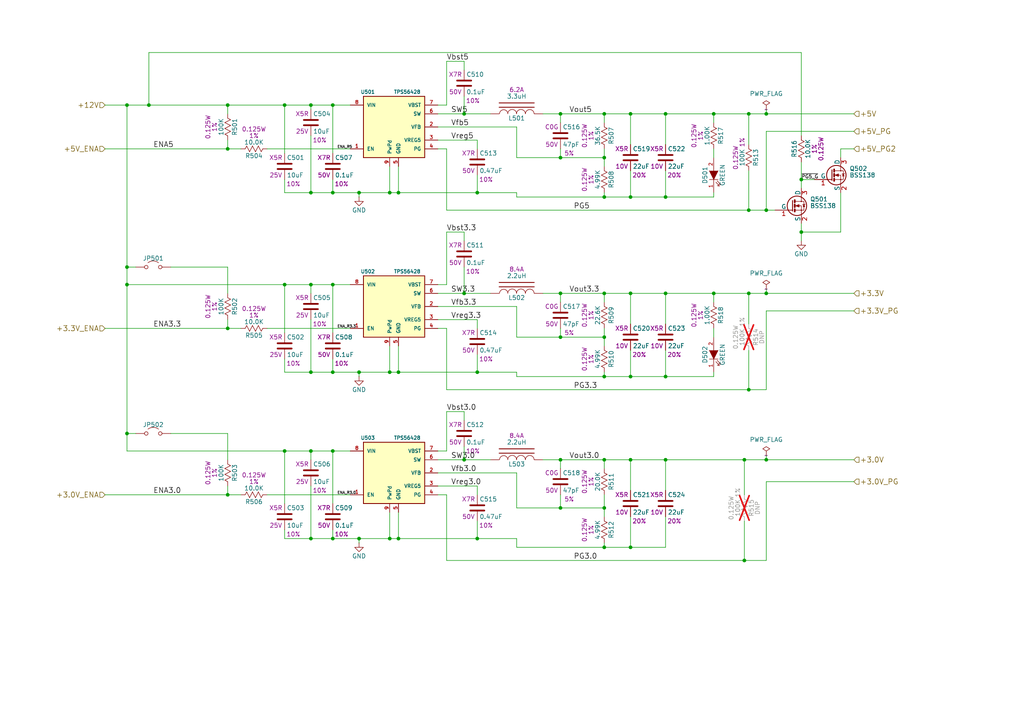
<source format=kicad_sch>
(kicad_sch (version 20231120) (generator "eeschema") (generator_version "8.0")
  (paper "A4")
  (title_block (title "12v Synchronous Buck Converter") (date "2019-12-09") (rev "1.1.2"))
  (lib_symbols
    (symbol "Device:C" (pin_numbers hide) (pin_names (offset 0.254))
      (property "Reference" "C" (at 0.635 2.54 0))
      (property "Value" "C" (at 0.635 -2.54 0))
      (symbol "C_0_1"
        (polyline (pts (xy -2.032 -0.762) (xy 2.032 -0.762)) (stroke (width 0.508)))
        (polyline (pts (xy -2.032 0.762) (xy 2.032 0.762)) (stroke (width 0.508)))
      )
      (symbol "C_1_1"
        (pin passive line (at 0 3.81 270) (length 2.794) (name "~") (number "1"))
        (pin passive line (at 0 -3.81 90) (length 2.794) (name "~") (number "2"))
      )
    )
    (symbol "Jumper:Jumper_2_Open" (pin_numbers hide) (pin_names (offset 0) hide) (exclude_from_sim yes)
      (property "Reference" "JP" (at 0 2.794 0))
      (property "Value" "Jumper_2_Open" (at 0 -2.286 0))
      (symbol "Jumper_2_Open_0_0"
        (circle (center -2.032 0) (radius 0.508))
        (circle (center 2.032 0) (radius 0.508))
      )
      (symbol "Jumper_2_Open_0_1"
        (arc (start 1.524 1.27) (mid 0 1.778) (end -1.524 1.27))
      )
      (symbol "Jumper_2_Open_1_1"
        (pin passive line (at -5.08 0 0) (length 2.54) (name "A") (number "1"))
        (pin passive line (at 5.08 0 180) (length 2.54) (name "B") (number "2"))
      )
    )
    (symbol "Local:BSS138" (pin_names (offset 0))
      (property "Reference" "Q" (at 5.08 1.905 0))
      (property "Value" "BSS138" (at 5.08 0 0))
      (symbol "BSS138_0_1"
        (polyline (pts (xy 0.635 -1.016) (xy 0.635 -1.651)) (stroke (width 0.508)))
        (polyline (pts (xy 0.635 0.381) (xy 0.635 -0.381)) (stroke (width 0.508)))
        (polyline (pts (xy 0.635 1.651) (xy 0.635 1.016)) (stroke (width 0.508)))
        (polyline (pts (xy 3.048 0.381) (xy 2.921 0.254)))
        (polyline (pts (xy 3.048 0.381) (xy 3.556 0.381)))
        (polyline (pts (xy 3.556 0.381) (xy 3.683 0.508)))
        (polyline (pts (xy 0 1.524) (xy 0 -1.524) (xy 0 -1.524)) (stroke (width 0.254)))
        (polyline (pts (xy 0.762 -1.27) (xy 2.54 -1.27) (xy 2.54 -2.54) (xy 2.54 -2.54)))
        (polyline (pts (xy 0.762 1.27) (xy 2.54 1.27) (xy 2.54 2.54) (xy 2.54 2.54)))
        (polyline (pts (xy 2.54 1.27) (xy 3.302 1.27) (xy 3.302 -1.27) (xy 2.54 -1.27)))
        (polyline (pts (xy 3.302 0.381) (xy 3.048 -0.254) (xy 3.556 -0.254) (xy 3.302 0.381)) (fill (type outline)))
        (polyline (pts (xy 0.762 0) (xy 1.27 0) (xy 2.54 0) (xy 2.54 -1.27) (xy 2.54 -1.27)))
        (polyline (pts (xy 0.889 0) (xy 1.905 0.381) (xy 1.905 -0.381) (xy 0.889 0) (xy 1.016 0) (xy 1.016 0)) (fill (type outline)))
        (circle (center 1.27 0) (radius 2.8194) (stroke (width 0.254)))
        (circle (center 2.54 -1.27) (radius 0.127))
        (circle (center 2.54 1.27) (radius 0.127))
      )
      (symbol "BSS138_1_1"
        (pin passive line (at -5.08 -1.27 0) (length 5.08) (name "G") (number "1"))
        (pin passive line (at 2.54 -5.08 90) (length 2.54) (name "S") (number "2"))
        (pin passive line (at 2.54 5.08 270) (length 2.54) (name "D") (number "3"))
      )
    )
    (symbol "Local:L" (pin_numbers hide) (pin_names (offset 1.016) hide)
      (property "Reference" "L" (at -1.27 0 90))
      (property "Value" "L" (at 5.08 0 90))
      (property "Description" "Inductor" (at 6.985 0 90))
      (symbol "L_0_1"
        (polyline (pts (xy 1.905 5.08) (xy 1.905 -5.08)) (stroke (width 0.254)))
        (polyline (pts (xy 3.175 5.08) (xy 3.175 -5.08)) (stroke (width 0.254)))
        (arc (start 0.0254 -5.0546) (mid 1.2449 -3.8097) (end 0.0254 -2.54))
        (arc (start 0.0254 -2.5146) (mid 1.2703 -1.2444) (end 0.0254 0.0508))
        (arc (start 0.0254 0.0254) (mid 1.2703 1.2956) (end 0.0254 2.5908))
        (arc (start 0.0254 2.5654) (mid 1.1941 3.7595) (end 0.0254 4.9784))
      )
      (symbol "L_1_1"
        (pin passive line (at 0 7.62 270) (length 2.54) (name "1") (number "1"))
        (pin passive line (at 0 -7.62 90) (length 2.54) (name "2") (number "2"))
      )
    )
    (symbol "Local:LED" (pin_names (offset 1.016) hide)
      (property "Reference" "D" (at 0 2.54 0))
      (property "Value" "LED" (at 0 -2.54 0))
      (symbol "LED_0_1"
        (polyline (pts (xy -1.27 1.27) (xy -1.27 -1.27)))
        (polyline (pts (xy -2.032 -0.635) (xy -3.175 -1.651) (xy -3.048 -1.016)))
        (polyline (pts (xy -1.651 -1.016) (xy -2.794 -2.032) (xy -2.667 -1.397)))
        (polyline (pts (xy 1.27 1.27) (xy -1.27 0) (xy 1.27 -1.27)) (fill (type outline)))
      )
      (symbol "LED_1_1"
        (pin passive line (at -5.08 0 0) (length 3.81) (name "K") (number "1"))
        (pin passive line (at 5.08 0 180) (length 3.81) (name "A") (number "2"))
      )
    )
    (symbol "Local:R_local" (pin_numbers hide) (pin_names (offset 0))
      (property "Reference" "R" (at 2.032 0 90))
      (property "Value" "R_local" (at -1.905 0 90))
      (property "Description" "Resistor" (at -3.81 0 90))
      (property "Power" "0.125W" (at -5.715 0 90))
      (symbol "R_local_0_1"
        (polyline (pts (xy -0.8382 -2.1082) (xy 0.8382 -1.27)) (stroke (width 0.1524)))
        (polyline (pts (xy -0.8382 -0.4318) (xy 0.8382 0.4318)) (stroke (width 0.1524)))
        (polyline (pts (xy -0.8382 1.27) (xy 0.8382 2.1082)) (stroke (width 0.1524)))
        (polyline (pts (xy 0 -2.54) (xy -0.8382 -2.1082)) (stroke (width 0.1524)))
        (polyline (pts (xy 0.8382 -1.27) (xy -0.8382 -0.4318)) (stroke (width 0.1524)))
        (polyline (pts (xy 0.8382 0.4318) (xy -0.8382 1.27)) (stroke (width 0.1524)))
        (polyline (pts (xy 0.8382 2.1082) (xy 0 2.54)) (stroke (width 0.1524)))
      )
      (symbol "R_local_0_2"
        (rectangle (start -1.016 -2.54) (end 1.016 2.54) (stroke (width 0.254)))
      )
      (symbol "R_local_1_1"
        (pin passive line (at 0 3.81 270) (length 1.27) (name "~") (number "1"))
        (pin passive line (at 0 -3.81 90) (length 1.27) (name "~") (number "2"))
      )
      (symbol "R_local_1_2"
        (pin passive line (at 0 3.81 270) (length 1.27) (name "~") (number "1"))
        (pin passive line (at 0 -3.81 90) (length 1.27) (name "~") (number "2"))
      )
    )
    (symbol "Local:TPS56428" (pin_names (offset 1.016))
      (property "Reference" "U" (at -7.62 10.16 0))
      (property "Value" "TPS56428" (at 3.81 10.16 0))
      (symbol "TPS56428_1_1"
        (rectangle (start -8.89 8.89) (end 8.89 -8.89) (stroke (width 0.254)) (fill (type background)))
        (pin input line (at -12.7 -6.35 0) (length 3.81) (name "EN") (number "1"))
        (pin passive line (at 12.7 0 180) (length 3.81) (name "VFB") (number "2"))
        (pin power_out line (at 12.7 -3.81 180) (length 3.81) (name "VREG5") (number "3"))
        (pin open_collector line (at 12.7 -6.35 180) (length 3.81) (name "PG") (number "4"))
        (pin power_in line (at 1.27 -11.43 90) (length 2.54) (name "GND") (number "5"))
        (pin power_out line (at 12.7 3.81 180) (length 3.81) (name "SW") (number "6"))
        (pin power_out line (at 12.7 6.35 180) (length 3.81) (name "VBST") (number "7"))
        (pin power_in line (at -12.7 6.35 0) (length 3.81) (name "VIN") (number "8"))
        (pin power_in line (at -1.27 -11.43 90) (length 2.54) (name "PwPd") (number "9"))
      )
    )
    (symbol "power:GND" (power) (pin_numbers hide) (pin_names (offset 0) hide)
      (property "Value" "GND" (at 0 -3.81 0))
      (symbol "GND_0_1"
        (polyline (pts (xy 0 0) (xy 0 -1.27) (xy 1.27 -1.27) (xy 0 -2.54) (xy -1.27 -1.27) (xy 0 -1.27)))
      )
      (symbol "GND_1_1"
        (pin power_in line (at 0 0 270) (length 0) (name "~") (number "1"))
      )
    )
    (symbol "power:PWR_FLAG" (power) (pin_numbers hide) (pin_names (offset 0) hide)
      (property "Value" "PWR_FLAG" (at 0 3.81 0))
      (symbol "PWR_FLAG_0_0"
        (pin power_out line (at 0 0 90) (length 0) (name "~") (number "1"))
      )
      (symbol "PWR_FLAG_0_1"
        (polyline (pts (xy 0 0) (xy 0 1.27) (xy -1.016 1.905) (xy 0 2.54) (xy 1.016 1.905) (xy 0 1.27)))
      )
    )
  )
  (junction (at 162.56 33.02))
  (junction (at 36.83 77.47))
  (junction (at 222.25 33.02))
  (junction (at 182.88 109.22))
  (junction (at 66.04 30.48))
  (junction (at 182.88 85.09))
  (junction (at 115.57 107.95))
  (junction (at 115.57 55.88))
  (junction (at 90.17 107.95))
  (junction (at 104.14 55.88))
  (junction (at 138.43 55.88))
  (junction (at 207.01 85.09))
  (junction (at 182.88 133.35))
  (junction (at 66.04 95.25))
  (junction (at 113.03 55.88))
  (junction (at 193.04 85.09))
  (junction (at 90.17 130.81))
  (junction (at 217.17 60.96))
  (junction (at 222.25 133.35))
  (junction (at 162.56 97.79))
  (junction (at 193.04 109.22))
  (junction (at 138.43 156.21))
  (junction (at 66.04 43.18))
  (junction (at 96.52 130.81))
  (junction (at 113.03 107.95))
  (junction (at 138.43 107.95))
  (junction (at 175.26 147.32))
  (junction (at 115.57 156.21))
  (junction (at 96.52 107.95))
  (junction (at 175.26 109.22))
  (junction (at 162.56 45.72))
  (junction (at 193.04 133.35))
  (junction (at 96.52 82.55))
  (junction (at 36.83 125.73))
  (junction (at 175.26 97.79))
  (junction (at 36.83 30.48))
  (junction (at 104.14 107.95))
  (junction (at 90.17 55.88))
  (junction (at 193.04 33.02))
  (junction (at 175.26 33.02))
  (junction (at 217.17 113.03))
  (junction (at 175.26 133.35))
  (junction (at 217.17 33.02))
  (junction (at 232.41 52.07))
  (junction (at 90.17 156.21))
  (junction (at 134.62 85.09))
  (junction (at 175.26 85.09))
  (junction (at 162.56 133.35))
  (junction (at 175.26 57.15))
  (junction (at 82.55 130.81))
  (junction (at 96.52 30.48))
  (junction (at 96.52 156.21))
  (junction (at 182.88 158.75))
  (junction (at 182.88 33.02))
  (junction (at 66.04 143.51))
  (junction (at 207.01 33.02))
  (junction (at 182.88 57.15))
  (junction (at 134.62 133.35))
  (junction (at 162.56 147.32))
  (junction (at 90.17 30.48))
  (junction (at 162.56 85.09))
  (junction (at 134.62 33.02))
  (junction (at 215.9 133.35))
  (junction (at 222.25 60.96))
  (junction (at 113.03 156.21))
  (junction (at 43.18 30.48))
  (junction (at 193.04 57.15))
  (junction (at 104.14 156.21))
  (junction (at 222.25 85.09))
  (junction (at 90.17 82.55))
  (junction (at 175.26 45.72))
  (junction (at 215.9 162.56))
  (junction (at 36.83 82.55))
  (junction (at 82.55 82.55))
  (junction (at 232.41 67.31))
  (junction (at 175.26 158.75))
  (junction (at 217.17 85.09))
  (junction (at 96.52 55.88))
  (junction (at 82.55 30.48))
  (wire (pts (xy 193.04 158.75) (xy 193.04 149.86)))
  (wire (pts (xy 90.17 140.97) (xy 90.17 156.21)))
  (wire (pts (xy 82.55 52.07) (xy 82.55 55.88)))
  (wire (pts (xy 90.17 39.37) (xy 90.17 55.88)))
  (wire (pts (xy 134.62 27.94) (xy 134.62 33.02)))
  (wire (pts (xy 129.54 67.31) (xy 134.62 67.31)))
  (wire (pts (xy 96.52 82.55) (xy 96.52 96.52)))
  (wire (pts (xy 138.43 140.97) (xy 138.43 143.51)))
  (wire (pts (xy 149.86 88.9) (xy 127 88.9)))
  (wire (pts (xy 162.56 143.51) (xy 162.56 147.32)))
  (wire (pts (xy 175.26 147.32) (xy 175.26 149.86)))
  (wire (pts (xy 127 130.81) (xy 129.54 130.81)))
  (wire (pts (xy 90.17 130.81) (xy 90.17 133.35)))
  (wire (pts (xy 175.26 109.22) (xy 175.26 107.95)))
  (wire (pts (xy 104.14 156.21) (xy 104.14 157.48)))
  (wire (pts (xy 217.17 49.53) (xy 217.17 60.96)))
  (wire (pts (xy 39.37 77.47) (xy 36.83 77.47)))
  (wire (pts (xy 115.57 107.95) (xy 113.03 107.95)))
  (wire (pts (xy 96.52 82.55) (xy 101.6 82.55)))
  (wire (pts (xy 162.56 85.09) (xy 175.26 85.09)))
  (wire (pts (xy 82.55 96.52) (xy 82.55 82.55)))
  (wire (pts (xy 66.04 77.47) (xy 49.53 77.47)))
  (wire (pts (xy 222.25 60.96) (xy 224.79 60.96)))
  (wire (pts (xy 138.43 151.13) (xy 138.43 156.21)))
  (wire (pts (xy 207.01 95.25) (xy 207.01 97.79)))
  (wire (pts (xy 82.55 153.67) (xy 82.55 156.21)))
  (wire (pts (xy 82.55 107.95) (xy 82.55 104.14)))
  (wire (pts (xy 149.86 158.75) (xy 175.26 158.75)))
  (wire (pts (xy 193.04 33.02) (xy 193.04 41.91)))
  (wire (pts (xy 149.86 97.79) (xy 149.86 88.9)))
  (wire (pts (xy 217.17 93.98) (xy 217.17 85.09)))
  (wire (pts (xy 182.88 133.35) (xy 193.04 133.35)))
  (wire (pts (xy 90.17 30.48) (xy 90.17 31.75)))
  (wire (pts (xy 127 40.64) (xy 138.43 40.64)))
  (wire (pts (xy 129.54 95.25) (xy 129.54 113.03)))
  (wire (pts (xy 134.62 17.78) (xy 134.62 20.32)))
  (wire (pts (xy 247.65 38.1) (xy 222.25 38.1)))
  (wire (pts (xy 215.9 133.35) (xy 215.9 143.51)))
  (wire (pts (xy 134.62 85.09) (xy 142.24 85.09)))
  (wire (pts (xy 222.25 139.7) (xy 222.25 162.56)))
  (wire (pts (xy 134.62 119.38) (xy 134.62 121.92)))
  (wire (pts (xy 90.17 156.21) (xy 96.52 156.21)))
  (wire (pts (xy 149.86 147.32) (xy 149.86 137.16)))
  (wire (pts (xy 127 33.02) (xy 134.62 33.02)))
  (wire (pts (xy 90.17 55.88) (xy 96.52 55.88)))
  (wire (pts (xy 36.83 130.81) (xy 82.55 130.81)))
  (wire (pts (xy 149.86 107.95) (xy 138.43 107.95)))
  (wire (pts (xy 236.22 52.07) (xy 232.41 52.07)))
  (wire (pts (xy 82.55 156.21) (xy 90.17 156.21)))
  (wire (pts (xy 217.17 33.02) (xy 222.25 33.02)))
  (wire (pts (xy 207.01 43.18) (xy 207.01 45.72)))
  (wire (pts (xy 193.04 133.35) (xy 215.9 133.35)))
  (wire (pts (xy 182.88 57.15) (xy 193.04 57.15)))
  (wire (pts (xy 113.03 156.21) (xy 113.03 148.59)))
  (wire (pts (xy 30.48 43.18) (xy 66.04 43.18)))
  (wire (pts (xy 113.03 107.95) (xy 104.14 107.95)))
  (wire (pts (xy 36.83 82.55) (xy 36.83 125.73)))
  (wire (pts (xy 149.86 109.22) (xy 175.26 109.22)))
  (wire (pts (xy 66.04 40.64) (xy 66.04 43.18)))
  (wire (pts (xy 96.52 107.95) (xy 90.17 107.95)))
  (wire (pts (xy 113.03 55.88) (xy 113.03 48.26)))
  (wire (pts (xy 217.17 41.91) (xy 217.17 33.02)))
  (wire (pts (xy 82.55 130.81) (xy 82.55 146.05)))
  (wire (pts (xy 115.57 156.21) (xy 138.43 156.21)))
  (wire (pts (xy 43.18 15.24) (xy 43.18 30.48)))
  (wire (pts (xy 104.14 107.95) (xy 104.14 109.22)))
  (wire (pts (xy 66.04 85.09) (xy 66.04 77.47)))
  (wire (pts (xy 207.01 35.56) (xy 207.01 33.02)))
  (wire (pts (xy 175.26 85.09) (xy 182.88 85.09)))
  (wire (pts (xy 182.88 149.86) (xy 182.88 158.75)))
  (wire (pts (xy 162.56 43.18) (xy 162.56 45.72)))
  (wire (pts (xy 138.43 92.71) (xy 138.43 95.25)))
  (wire (pts (xy 182.88 109.22) (xy 182.88 101.6)))
  (wire (pts (xy 232.41 15.24) (xy 43.18 15.24)))
  (wire (pts (xy 149.86 97.79) (xy 162.56 97.79)))
  (wire (pts (xy 182.88 33.02) (xy 193.04 33.02)))
  (wire (pts (xy 129.54 17.78) (xy 134.62 17.78)))
  (wire (pts (xy 82.55 107.95) (xy 90.17 107.95)))
  (wire (pts (xy 175.26 95.25) (xy 175.26 97.79)))
  (wire (pts (xy 90.17 92.71) (xy 90.17 107.95)))
  (wire (pts (xy 113.03 107.95) (xy 113.03 100.33)))
  (wire (pts (xy 193.04 109.22) (xy 193.04 101.6)))
  (wire (pts (xy 127 30.48) (xy 129.54 30.48)))
  (wire (pts (xy 66.04 95.25) (xy 69.85 95.25)))
  (wire (pts (xy 217.17 85.09) (xy 222.25 85.09)))
  (wire (pts (xy 66.04 125.73) (xy 49.53 125.73)))
  (wire (pts (xy 115.57 100.33) (xy 115.57 107.95)))
  (wire (pts (xy 96.52 130.81) (xy 101.6 130.81)))
  (wire (pts (xy 157.48 85.09) (xy 162.56 85.09)))
  (wire (pts (xy 39.37 125.73) (xy 36.83 125.73)))
  (wire (pts (xy 138.43 102.87) (xy 138.43 107.95)))
  (wire (pts (xy 127 133.35) (xy 134.62 133.35)))
  (wire (pts (xy 243.84 67.31) (xy 232.41 67.31)))
  (wire (pts (xy 66.04 30.48) (xy 82.55 30.48)))
  (wire (pts (xy 207.01 57.15) (xy 207.01 55.88)))
  (wire (pts (xy 30.48 95.25) (xy 66.04 95.25)))
  (wire (pts (xy 149.86 55.88) (xy 149.86 57.15)))
  (wire (pts (xy 207.01 85.09) (xy 217.17 85.09)))
  (wire (pts (xy 129.54 119.38) (xy 134.62 119.38)))
  (wire (pts (xy 90.17 82.55) (xy 90.17 85.09)))
  (wire (pts (xy 134.62 129.54) (xy 134.62 133.35)))
  (wire (pts (xy 215.9 133.35) (xy 222.25 133.35)))
  (wire (pts (xy 138.43 55.88) (xy 138.43 50.8)))
  (wire (pts (xy 138.43 40.64) (xy 138.43 43.18)))
  (wire (pts (xy 82.55 82.55) (xy 90.17 82.55)))
  (wire (pts (xy 96.52 156.21) (xy 104.14 156.21)))
  (wire (pts (xy 247.65 139.7) (xy 222.25 139.7)))
  (wire (pts (xy 115.57 55.88) (xy 115.57 48.26)))
  (wire (pts (xy 149.86 107.95) (xy 149.86 109.22)))
  (wire (pts (xy 90.17 130.81) (xy 96.52 130.81)))
  (wire (pts (xy 127 140.97) (xy 138.43 140.97)))
  (wire (pts (xy 222.25 33.02) (xy 247.65 33.02)))
  (wire (pts (xy 134.62 67.31) (xy 134.62 69.85)))
  (wire (pts (xy 157.48 33.02) (xy 162.56 33.02)))
  (wire (pts (xy 149.86 45.72) (xy 149.86 36.83)))
  (wire (pts (xy 138.43 156.21) (xy 149.86 156.21)))
  (wire (pts (xy 96.52 30.48) (xy 101.6 30.48)))
  (wire (pts (xy 127 85.09) (xy 134.62 85.09)))
  (wire (pts (xy 129.54 43.18) (xy 129.54 60.96)))
  (wire (pts (xy 182.88 158.75) (xy 193.04 158.75)))
  (wire (pts (xy 149.86 137.16) (xy 127 137.16)))
  (wire (pts (xy 127 82.55) (xy 129.54 82.55)))
  (wire (pts (xy 207.01 87.63) (xy 207.01 85.09)))
  (wire (pts (xy 222.25 31.75) (xy 222.25 33.02)))
  (wire (pts (xy 66.04 92.71) (xy 66.04 95.25)))
  (wire (pts (xy 36.83 82.55) (xy 82.55 82.55)))
  (wire (pts (xy 162.56 45.72) (xy 175.26 45.72)))
  (wire (pts (xy 175.26 45.72) (xy 175.26 48.26)))
  (wire (pts (xy 243.84 43.18) (xy 247.65 43.18)))
  (wire (pts (xy 175.26 97.79) (xy 175.26 100.33)))
  (wire (pts (xy 134.62 77.47) (xy 134.62 85.09)))
  (wire (pts (xy 175.26 143.51) (xy 175.26 147.32)))
  (wire (pts (xy 149.86 57.15) (xy 175.26 57.15)))
  (wire (pts (xy 162.56 133.35) (xy 175.26 133.35)))
  (wire (pts (xy 162.56 85.09) (xy 162.56 87.63)))
  (wire (pts (xy 149.86 45.72) (xy 162.56 45.72)))
  (wire (pts (xy 77.47 143.51) (xy 101.6 143.51)))
  (wire (pts (xy 182.88 57.15) (xy 182.88 49.53)))
  (wire (pts (xy 82.55 130.81) (xy 90.17 130.81)))
  (wire (pts (xy 66.04 43.18) (xy 69.85 43.18)))
  (wire (pts (xy 129.54 143.51) (xy 127 143.51)))
  (wire (pts (xy 90.17 82.55) (xy 96.52 82.55)))
  (wire (pts (xy 66.04 133.35) (xy 66.04 125.73)))
  (wire (pts (xy 215.9 162.56) (xy 222.25 162.56)))
  (wire (pts (xy 217.17 60.96) (xy 222.25 60.96)))
  (wire (pts (xy 162.56 97.79) (xy 175.26 97.79)))
  (wire (pts (xy 182.88 85.09) (xy 193.04 85.09)))
  (wire (pts (xy 207.01 107.95) (xy 207.01 109.22)))
  (wire (pts (xy 134.62 33.02) (xy 142.24 33.02)))
  (wire (pts (xy 66.04 143.51) (xy 69.85 143.51)))
  (wire (pts (xy 134.62 133.35) (xy 142.24 133.35)))
  (wire (pts (xy 129.54 143.51) (xy 129.54 162.56)))
  (wire (pts (xy 66.04 33.02) (xy 66.04 30.48)))
  (wire (pts (xy 96.52 153.67) (xy 96.52 156.21)))
  (wire (pts (xy 193.04 57.15) (xy 207.01 57.15)))
  (wire (pts (xy 36.83 30.48) (xy 43.18 30.48)))
  (wire (pts (xy 175.26 57.15) (xy 175.26 55.88)))
  (wire (pts (xy 175.26 133.35) (xy 175.26 135.89)))
  (wire (pts (xy 175.26 57.15) (xy 182.88 57.15)))
  (wire (pts (xy 115.57 148.59) (xy 115.57 156.21)))
  (wire (pts (xy 222.25 90.17) (xy 222.25 113.03)))
  (wire (pts (xy 222.25 132.08) (xy 222.25 133.35)))
  (wire (pts (xy 127 92.71) (xy 138.43 92.71)))
  (wire (pts (xy 182.88 33.02) (xy 182.88 41.91)))
  (wire (pts (xy 232.41 46.99) (xy 232.41 52.07)))
  (wire (pts (xy 193.04 109.22) (xy 182.88 109.22)))
  (wire (pts (xy 96.52 30.48) (xy 96.52 44.45)))
  (wire (pts (xy 82.55 44.45) (xy 82.55 30.48)))
  (wire (pts (xy 96.52 55.88) (xy 96.52 52.07)))
  (wire (pts (xy 243.84 45.72) (xy 243.84 43.18)))
  (wire (pts (xy 215.9 151.13) (xy 215.9 162.56)))
  (wire (pts (xy 175.26 85.09) (xy 175.26 87.63)))
  (wire (pts (xy 129.54 130.81) (xy 129.54 119.38)))
  (wire (pts (xy 90.17 30.48) (xy 96.52 30.48)))
  (wire (pts (xy 104.14 55.88) (xy 104.14 57.15)))
  (wire (pts (xy 36.83 30.48) (xy 36.83 77.47)))
  (wire (pts (xy 43.18 30.48) (xy 66.04 30.48)))
  (wire (pts (xy 36.83 125.73) (xy 36.83 130.81)))
  (wire (pts (xy 193.04 33.02) (xy 207.01 33.02)))
  (wire (pts (xy 222.25 85.09) (xy 247.65 85.09)))
  (wire (pts (xy 129.54 82.55) (xy 129.54 67.31)))
  (wire (pts (xy 222.25 83.82) (xy 222.25 85.09)))
  (wire (pts (xy 175.26 133.35) (xy 182.88 133.35)))
  (wire (pts (xy 217.17 101.6) (xy 217.17 113.03)))
  (wire (pts (xy 104.14 55.88) (xy 113.03 55.88)))
  (wire (pts (xy 138.43 55.88) (xy 149.86 55.88)))
  (wire (pts (xy 129.54 162.56) (xy 215.9 162.56)))
  (wire (pts (xy 175.26 158.75) (xy 182.88 158.75)))
  (wire (pts (xy 182.88 85.09) (xy 182.88 93.98)))
  (wire (pts (xy 162.56 95.25) (xy 162.56 97.79)))
  (wire (pts (xy 82.55 55.88) (xy 90.17 55.88)))
  (wire (pts (xy 162.56 33.02) (xy 162.56 35.56)))
  (wire (pts (xy 101.6 95.25) (xy 77.47 95.25)))
  (wire (pts (xy 175.26 33.02) (xy 175.26 35.56)))
  (wire (pts (xy 30.48 30.48) (xy 36.83 30.48)))
  (wire (pts (xy 162.56 147.32) (xy 175.26 147.32)))
  (wire (pts (xy 104.14 156.21) (xy 113.03 156.21)))
  (wire (pts (xy 129.54 43.18) (xy 127 43.18)))
  (wire (pts (xy 175.26 33.02) (xy 182.88 33.02)))
  (wire (pts (xy 149.86 36.83) (xy 127 36.83)))
  (wire (pts (xy 247.65 90.17) (xy 222.25 90.17)))
  (wire (pts (xy 82.55 30.48) (xy 90.17 30.48)))
  (wire (pts (xy 101.6 43.18) (xy 77.47 43.18)))
  (wire (pts (xy 232.41 64.77) (xy 232.41 67.31)))
  (wire (pts (xy 113.03 156.21) (xy 115.57 156.21)))
  (wire (pts (xy 207.01 109.22) (xy 193.04 109.22)))
  (wire (pts (xy 149.86 147.32) (xy 162.56 147.32)))
  (wire (pts (xy 222.25 133.35) (xy 247.65 133.35)))
  (wire (pts (xy 129.54 60.96) (xy 217.17 60.96)))
  (wire (pts (xy 193.04 85.09) (xy 193.04 93.98)))
  (wire (pts (xy 217.17 113.03) (xy 222.25 113.03)))
  (wire (pts (xy 96.52 130.81) (xy 96.52 146.05)))
  (wire (pts (xy 193.04 133.35) (xy 193.04 142.24)))
  (wire (pts (xy 193.04 57.15) (xy 193.04 49.53)))
  (wire (pts (xy 175.26 43.18) (xy 175.26 45.72)))
  (wire (pts (xy 207.01 33.02) (xy 217.17 33.02)))
  (wire (pts (xy 66.04 140.97) (xy 66.04 143.51)))
  (wire (pts (xy 30.48 143.51) (xy 66.04 143.51)))
  (wire (pts (xy 182.88 109.22) (xy 175.26 109.22)))
  (wire (pts (xy 182.88 133.35) (xy 182.88 142.24)))
  (wire (pts (xy 243.84 55.88) (xy 243.84 67.31)))
  (wire (pts (xy 36.83 77.47) (xy 36.83 82.55)))
  (wire (pts (xy 113.03 55.88) (xy 115.57 55.88)))
  (wire (pts (xy 232.41 67.31) (xy 232.41 69.85)))
  (wire (pts (xy 162.56 33.02) (xy 175.26 33.02)))
  (wire (pts (xy 232.41 52.07) (xy 232.41 54.61)))
  (wire (pts (xy 115.57 55.88) (xy 138.43 55.88)))
  (wire (pts (xy 222.25 38.1) (xy 222.25 60.96)))
  (wire (pts (xy 115.57 107.95) (xy 138.43 107.95)))
  (wire (pts (xy 96.52 55.88) (xy 104.14 55.88)))
  (wire (pts (xy 162.56 133.35) (xy 162.56 135.89)))
  (wire (pts (xy 193.04 85.09) (xy 207.01 85.09)))
  (wire (pts (xy 157.48 133.35) (xy 162.56 133.35)))
  (wire (pts (xy 175.26 157.48) (xy 175.26 158.75)))
  (wire (pts (xy 129.54 30.48) (xy 129.54 17.78)))
  (wire (pts (xy 149.86 156.21) (xy 149.86 158.75)))
  (wire (pts (xy 104.14 107.95) (xy 96.52 107.95)))
  (wire (pts (xy 96.52 104.14) (xy 96.52 107.95)))
  (wire (pts (xy 232.41 39.37) (xy 232.41 15.24)))
  (wire (pts (xy 129.54 95.25) (xy 127 95.25)))
  (wire (pts (xy 129.54 113.03) (xy 217.17 113.03)))
  (label "PG5" (at 166.37 60.96 0) (effects (font (size 1.524 1.524))))
  (label "Vreg3.0" (at 130.81 140.97 0) (effects (font (size 1.524 1.524))))
  (label "~{PG5_G}" (at 232.41 52.07 0) (effects (font (size 1.016 1.016))))
  (label "Vbst3.3" (at 129.54 67.31 0) (effects (font (size 1.524 1.524))))
  (label "Vreg3.3" (at 130.81 92.71 0) (effects (font (size 1.524 1.524))))
  (label "ENA_R3.0" (at 97.79 143.51 0) (effects (font (size 0.762 0.762))))
  (label "PG3.3" (at 166.37 113.03 0) (effects (font (size 1.524 1.524))))
  (label "Vfb3.0" (at 130.81 137.16 0) (effects (font (size 1.524 1.524))))
  (label "PG3.0" (at 166.37 162.56 0) (effects (font (size 1.524 1.524))))
  (label "Vfb3.3" (at 130.81 88.9 0) (effects (font (size 1.524 1.524))))
  (label "Vfb5" (at 130.81 36.83 0) (effects (font (size 1.524 1.524))))
  (label "Vbst3.0" (at 129.54 119.38 0) (effects (font (size 1.524 1.524))))
  (label "ENA_R3.3" (at 97.79 95.25 0) (effects (font (size 0.762 0.762))))
  (label "ENA_R5" (at 97.79 43.18 0) (effects (font (size 0.762 0.762))))
  (label "SW5" (at 130.81 33.02 0) (effects (font (size 1.524 1.524))))
  (label "Vout3.0" (at 165.1 133.35 0) (effects (font (size 1.524 1.524))))
  (label "SW3.0" (at 130.81 133.35 0) (effects (font (size 1.524 1.524))))
  (label "SW3.3" (at 130.81 85.09 0) (effects (font (size 1.524 1.524))))
  (label "Vout3.3" (at 165.1 85.09 0) (effects (font (size 1.524 1.524))))
  (label "Vreg5" (at 130.81 40.64 0) (effects (font (size 1.524 1.524))))
  (label "Vout5" (at 165.1 33.02 0) (effects (font (size 1.524 1.524))))
  (label "ENA3.3" (at 44.45 95.25 0) (effects (font (size 1.524 1.524))))
  (label "ENA5" (at 44.45 43.18 0) (effects (font (size 1.524 1.524))))
  (label "ENA3.0" (at 44.45 143.51 0) (effects (font (size 1.524 1.524))))
  (label "Vbst5" (at 129.54 17.78 0) (effects (font (size 1.524 1.524))))
  (hierarchical_label "+5V_PG2" (shape input) (at 247.65 43.18 0) (effects (font (size 1.524 1.524))))
  (hierarchical_label "+5V" (shape input) (at 247.65 33.02 0) (effects (font (size 1.524 1.524))))
  (hierarchical_label "+3.3V_ENA" (shape input) (at 30.48 95.25 180) (effects (font (size 1.524 1.524))))
  (hierarchical_label "+3.0V" (shape input) (at 247.65 133.35 0) (effects (font (size 1.524 1.524))))
  (hierarchical_label "+3.0V_ENA" (shape input) (at 30.48 143.51 180) (effects (font (size 1.524 1.524))))
  (hierarchical_label "+3.3V_PG" (shape input) (at 247.65 90.17 0) (effects (font (size 1.524 1.524))))
  (hierarchical_label "+3.3V" (shape input) (at 247.65 85.09 0) (effects (font (size 1.524 1.524))))
  (hierarchical_label "+5V_ENA" (shape input) (at 30.48 43.18 180) (effects (font (size 1.524 1.524))))
  (hierarchical_label "+3.0V_PG" (shape input) (at 247.65 139.7 0) (effects (font (size 1.524 1.524))))
  (hierarchical_label "+5V_PG" (shape input) (at 247.65 38.1 0) (effects (font (size 1.524 1.524))))
  (hierarchical_label "+12V" (shape input) (at 30.48 30.48 180) (effects (font (size 1.524 1.524))))
  (symbol (lib_id "power:GND") (at 104.14 57.15 0) (unit 1)
    (property "Reference" "#PWR075" (effects (hide yes)))
    (property "Value" "GND" (at 104.14 60.96 0))
    (property "Description" "Power symbol creates a global label with name \"GND\" , ground" (effects (hide yes)))
  )
  (symbol (lib_id "power:GND") (at 104.14 109.22 0) (unit 1)
    (property "Reference" "#PWR076" (effects (hide yes)))
    (property "Value" "GND" (at 104.14 113.03 0))
    (property "Description" "Power symbol creates a global label with name \"GND\" , ground" (effects (hide yes)))
  )
  (symbol (lib_id "power:GND") (at 104.14 157.48 0) (unit 1)
    (property "Reference" "#PWR077" (effects (hide yes)))
    (property "Value" "GND" (at 104.14 161.29 0))
    (property "Description" "Power symbol creates a global label with name \"GND\" , ground" (effects (hide yes)))
  )
  (symbol (lib_id "Device:C") (at 90.17 35.56 0) (unit 1)
    (property "Reference" "C504" (at 90.805 33.02 0) (effects (justify left)))
    (property "Value" "10uF" (at 90.805 38.1 0) (effects (justify left)))
    (property "Footprint" "Local:C_1206_3216Metric_Pad2.00x1.60mm_HandSolder" (effects (hide yes)))
    (property "Voltage" "25V" (at 87.63 38.1 0))
    (property "Tolerance" "10%" (at 92.71 40.64 0))
    (property "Dielectric" "X5R" (at 87.63 33.02 0))
    (property "Manufacturer" "TDK" (effects (hide yes)))
    (property "PartNum" "C3216X5R1E106K160AB" (effects (hide yes)))
  )
  (symbol (lib_id "Device:C") (at 96.52 48.26 0) (unit 1)
    (property "Reference" "C507" (at 97.155 45.72 0) (effects (justify left)))
    (property "Value" "0.1uF" (at 97.155 50.8 0) (effects (justify left)))
    (property "Footprint" "Local:C_0805_HandSoldering" (effects (hide yes)))
    (property "Voltage" "50V" (at 93.98 50.8 0))
    (property "Tolerance" "10%" (at 99.06 53.34 0))
    (property "Dielectric" "X7R" (at 93.98 45.72 0))
    (property "Manufacturer" "Kemet" (effects (hide yes)))
    (property "PartNum" "C0805C104K5RACTU" (effects (hide yes)))
  )
  (symbol (lib_id "Device:C") (at 82.55 48.26 0) (unit 1)
    (property "Reference" "C501" (at 83.185 45.72 0) (effects (justify left)))
    (property "Value" "10uF" (at 83.185 50.8 0) (effects (justify left)))
    (property "Footprint" "Local:C_1206_3216Metric_Pad2.00x1.60mm_HandSolder" (effects (hide yes)))
    (property "Voltage" "25V" (at 80.01 50.8 0))
    (property "Tolerance" "10%" (at 85.09 53.34 0))
    (property "Dielectric" "X5R" (at 80.01 45.72 0))
    (property "Manufacturer" "TDK" (effects (hide yes)))
    (property "PartNum" "C3216X5R1E106K160AB" (effects (hide yes)))
  )
  (symbol (lib_id "Local:TPS56428") (at 114.3 36.83 0) (unit 1)
    (property "Reference" "U501" (at 106.68 26.67 0) (effects (font (size 1.016 1.016))))
    (property "Value" "TPS56428" (at 118.11 26.67 0) (effects (font (size 1.016 1.016))))
    (property "Footprint" "Local:SOIC-8_PowerPAD_HandSoldering" (effects (hide yes)))
    (property "Manufacturer" "Texas Instruments" (effects (hide yes)))
    (property "PartNum" "TPS56428DDA" (effects (hide yes)))
  )
  (symbol (lib_id "Local:R_local") (at 66.04 36.83 0) (unit 1)
    (property "Reference" "R501" (at 68.072 36.83 90))
    (property "Value" "100K" (at 64.135 36.83 90))
    (property "Footprint" "Local:R_0805_HandSoldering" (effects (hide yes)))
    (property "Tolerance" "1%" (at 62.23 36.83 90))
    (property "Power" "0.125W" (at 60.325 36.83 90))
    (property "Manufacturer" "Vishay Dale" (effects (hide yes)))
    (property "PartNum" "CRCW0805100KFKEA" (effects (hide yes)))
  )
  (symbol (lib_id "Local:R_local") (at 73.66 43.18 270) (unit 1)
    (property "Reference" "R504" (at 73.66 45.212 90))
    (property "Value" "10.0K" (at 73.66 41.275 90))
    (property "Footprint" "Local:R_0805_HandSoldering" (effects (hide yes)))
    (property "Tolerance" "1%" (at 73.66 39.37 90))
    (property "Power" "0.125W" (at 73.66 37.465 90))
    (property "Manufacturer" "Vishay Dale" (effects (hide yes)))
    (property "PartNum" "CRCW080510K0FKEA" (effects (hide yes)))
  )
  (symbol (lib_id "Local:R_local") (at 217.17 45.72 0) (unit 1)
    (property "Reference" "R513" (at 219.202 45.72 90))
    (property "Value" "100K" (at 215.265 45.72 90))
    (property "Footprint" "Local:R_0805_HandSoldering" (effects (hide yes)))
    (property "Tolerance" "1%" (at 215.265 41.275 90))
    (property "Power" "0.125W" (at 213.36 45.72 90))
    (property "Manufacturer" "Vishay Dale" (effects (hide yes)))
    (property "PartNum" "CRCW0805100KFKEA" (effects (hide yes)))
  )
  (symbol (lib_id "Device:C") (at 134.62 24.13 0) (unit 1)
    (property "Reference" "C510" (at 135.255 21.59 0) (effects (justify left)))
    (property "Value" "0.1uF" (at 135.255 26.67 0) (effects (justify left)))
    (property "Footprint" "Local:C_0805_HandSoldering" (effects (hide yes)))
    (property "Voltage" "50V" (at 132.08 26.67 0))
    (property "Tolerance" "10%" (at 137.16 29.21 0))
    (property "Dielectric" "X7R" (at 132.08 21.59 0))
    (property "Manufacturer" "Kemet" (effects (hide yes)))
    (property "PartNum" "C0805C104K5RACTU" (effects (hide yes)))
  )
  (symbol (lib_id "Device:C") (at 182.88 45.72 0) (unit 1)
    (property "Reference" "C519" (at 183.515 43.18 0) (effects (justify left)))
    (property "Value" "22uF" (at 183.515 48.26 0) (effects (justify left)))
    (property "Footprint" "Local:C_1206_3216Metric_Pad2.00x1.60mm_HandSolder" (effects (hide yes)))
    (property "Voltage" "10V" (at 180.34 48.26 0))
    (property "Tolerance" "20%" (at 185.42 50.8 0))
    (property "Dielectric" "X5R" (at 180.34 43.18 0))
    (property "Manufacturer" "TDK" (effects (hide yes)))
    (property "PartNum" "C3216X5R1A226M160AC" (effects (hide yes)))
  )
  (symbol (lib_id "Device:C") (at 193.04 45.72 0) (unit 1)
    (property "Reference" "C522" (at 193.675 43.18 0) (effects (justify left)))
    (property "Value" "22uF" (at 193.675 48.26 0) (effects (justify left)))
    (property "Footprint" "Local:C_1206_3216Metric_Pad2.00x1.60mm_HandSolder" (effects (hide yes)))
    (property "Voltage" "10V" (at 190.5 48.26 0))
    (property "Tolerance" "20%" (at 195.58 50.8 0))
    (property "Dielectric" "X5R" (at 190.5 43.18 0))
    (property "Manufacturer" "TDK" (effects (hide yes)))
    (property "PartNum" "C3216X5R1A226M160AC" (effects (hide yes)))
  )
  (symbol (lib_id "Device:C") (at 138.43 46.99 0) (unit 1)
    (property "Reference" "C513" (at 139.065 44.45 0) (effects (justify left)))
    (property "Value" "0.47uF" (at 139.065 49.53 0) (effects (justify left)))
    (property "Footprint" "Local:C_0805_HandSoldering" (effects (hide yes)))
    (property "Voltage" "50V" (at 135.89 49.53 0))
    (property "Tolerance" "10%" (at 140.97 52.07 0))
    (property "Dielectric" "X7R" (at 135.89 44.45 0))
    (property "Manufacturer" "Kemet" (effects (hide yes)))
    (property "PartNum" "C0805C474K5RACTU" (effects (hide yes)))
  )
  (symbol (lib_id "Device:C") (at 82.55 100.33 0) (unit 1)
    (property "Reference" "C502" (at 83.185 97.79 0) (effects (justify left)))
    (property "Value" "10uF" (at 83.185 102.87 0) (effects (justify left)))
    (property "Footprint" "Local:C_1206_3216Metric_Pad2.00x1.60mm_HandSolder" (effects (hide yes)))
    (property "Voltage" "25V" (at 80.01 102.87 0))
    (property "Tolerance" "10%" (at 85.09 105.41 0))
    (property "Dielectric" "X5R" (at 80.01 97.79 0))
    (property "Manufacturer" "TDK" (effects (hide yes)))
    (property "PartNum" "C3216X5R1E106K160AB" (effects (hide yes)))
  )
  (symbol (lib_id "Device:C") (at 90.17 88.9 0) (unit 1)
    (property "Reference" "C505" (at 90.805 86.36 0) (effects (justify left)))
    (property "Value" "10uF" (at 90.805 91.44 0) (effects (justify left)))
    (property "Footprint" "Local:C_1206_3216Metric_Pad2.00x1.60mm_HandSolder" (effects (hide yes)))
    (property "Voltage" "25V" (at 87.63 91.44 0))
    (property "Tolerance" "10%" (at 92.71 93.98 0))
    (property "Dielectric" "X5R" (at 87.63 86.36 0))
    (property "Manufacturer" "TDK" (effects (hide yes)))
    (property "PartNum" "C3216X5R1E106K160AB" (effects (hide yes)))
  )
  (symbol (lib_id "Device:C") (at 96.52 100.33 0) (unit 1)
    (property "Reference" "C508" (at 97.155 97.79 0) (effects (justify left)))
    (property "Value" "0.1uF" (at 97.155 102.87 0) (effects (justify left)))
    (property "Footprint" "Local:C_0805_HandSoldering" (effects (hide yes)))
    (property "Voltage" "50V" (at 93.98 102.87 0))
    (property "Tolerance" "10%" (at 99.06 105.41 0))
    (property "Dielectric" "X7R" (at 93.98 97.79 0))
    (property "Manufacturer" "Kemet" (effects (hide yes)))
    (property "PartNum" "C0805C104K5RACTU" (effects (hide yes)))
  )
  (symbol (lib_id "Local:R_local") (at 73.66 95.25 270) (unit 1)
    (property "Reference" "R505" (at 73.66 97.282 90))
    (property "Value" "10.0K" (at 73.66 93.345 90))
    (property "Footprint" "Local:R_0805_HandSoldering" (effects (hide yes)))
    (property "Tolerance" "1%" (at 73.66 91.44 90))
    (property "Power" "0.125W" (at 73.66 89.535 90))
    (property "Manufacturer" "Vishay Dale" (effects (hide yes)))
    (property "PartNum" "CRCW080510K0FKEA" (effects (hide yes)))
  )
  (symbol (lib_id "Local:R_local") (at 66.04 88.9 0) (unit 1)
    (property "Reference" "R502" (at 68.072 88.9 90))
    (property "Value" "100K" (at 64.135 88.9 90))
    (property "Footprint" "Local:R_0805_HandSoldering" (effects (hide yes)))
    (property "Tolerance" "1%" (at 62.23 88.9 90))
    (property "Power" "0.125W" (at 60.325 88.9 90))
    (property "Manufacturer" "Vishay Dale" (effects (hide yes)))
    (property "PartNum" "CRCW0805100KFKEA" (effects (hide yes)))
  )
  (symbol (lib_id "Device:C") (at 134.62 73.66 0) (unit 1)
    (property "Reference" "C511" (at 135.255 71.12 0) (effects (justify left)))
    (property "Value" "0.1uF" (at 135.255 76.2 0) (effects (justify left)))
    (property "Footprint" "Local:C_0805_HandSoldering" (effects (hide yes)))
    (property "Voltage" "50V" (at 132.08 76.2 0))
    (property "Tolerance" "10%" (at 137.16 78.74 0))
    (property "Dielectric" "X7R" (at 132.08 71.12 0))
    (property "Manufacturer" "Kemet" (effects (hide yes)))
    (property "PartNum" "C0805C104K5RACTU" (effects (hide yes)))
  )
  (symbol (lib_id "Device:C") (at 138.43 99.06 0) (unit 1)
    (property "Reference" "C514" (at 139.065 96.52 0) (effects (justify left)))
    (property "Value" "0.47uF" (at 139.065 101.6 0) (effects (justify left)))
    (property "Footprint" "Local:C_0805_HandSoldering" (effects (hide yes)))
    (property "Voltage" "50V" (at 135.89 101.6 0))
    (property "Tolerance" "10%" (at 140.97 104.14 0))
    (property "Dielectric" "X7R" (at 135.89 96.52 0))
    (property "Manufacturer" "Kemet" (effects (hide yes)))
    (property "PartNum" "C0805C474K5RACTU" (effects (hide yes)))
  )
  (symbol (lib_id "Local:TPS56428") (at 114.3 88.9 0) (unit 1)
    (property "Reference" "U502" (at 106.68 78.74 0) (effects (font (size 1.016 1.016))))
    (property "Value" "TPS56428" (at 118.11 78.74 0) (effects (font (size 1.016 1.016))))
    (property "Footprint" "Local:SOIC-8_PowerPAD_HandSoldering" (effects (hide yes)))
    (property "Manufacturer" "Texas Instruments" (effects (hide yes)))
    (property "PartNum" "TPS56428DDA" (effects (hide yes)))
  )
  (symbol (lib_id "Device:C") (at 182.88 97.79 0) (unit 1)
    (property "Reference" "C520" (at 183.515 95.25 0) (effects (justify left)))
    (property "Value" "22uF" (at 183.515 100.33 0) (effects (justify left)))
    (property "Footprint" "Local:C_1206_3216Metric_Pad2.00x1.60mm_HandSolder" (effects (hide yes)))
    (property "Voltage" "10V" (at 180.34 100.33 0))
    (property "Tolerance" "20%" (at 185.42 102.87 0))
    (property "Dielectric" "X5R" (at 180.34 95.25 0))
    (property "Manufacturer" "TDK" (effects (hide yes)))
    (property "PartNum" "C3216X5R1A226M160AC" (effects (hide yes)))
  )
  (symbol (lib_id "Device:C") (at 193.04 97.79 0) (unit 1)
    (property "Reference" "C523" (at 193.675 95.25 0) (effects (justify left)))
    (property "Value" "22uF" (at 193.675 100.33 0) (effects (justify left)))
    (property "Footprint" "Local:C_1206_3216Metric_Pad2.00x1.60mm_HandSolder" (effects (hide yes)))
    (property "Voltage" "10V" (at 190.5 100.33 0))
    (property "Tolerance" "20%" (at 195.58 102.87 0))
    (property "Dielectric" "X5R" (at 190.5 95.25 0))
    (property "Manufacturer" "TDK" (effects (hide yes)))
    (property "PartNum" "C3216X5R1A226M160AC" (effects (hide yes)))
  )
  (symbol (lib_id "Local:R_local") (at 217.17 97.79 0) (unit 1) (dnp yes)
    (property "Reference" "R514" (at 219.202 97.79 90))
    (property "Value" "100K" (at 215.265 97.79 90))
    (property "Footprint" "Local:R_0805_HandSoldering" (effects (hide yes)))
    (property "Tolerance" "1%" (at 215.265 93.345 90))
    (property "Power" "0.125W" (at 213.36 97.79 90))
    (property "Manufacturer" "Vishay Dale" (effects (hide yes)))
    (property "PartNum" "CRCW0805100KFKEA" (effects (hide yes)))
    (property "DNP" "DNP" (at 220.98 97.79 90))
  )
  (symbol (lib_id "Local:R_local") (at 215.9 147.32 0) (unit 1) (dnp yes)
    (property "Reference" "R515" (at 217.932 147.32 90))
    (property "Value" "100K" (at 213.995 147.32 90))
    (property "Footprint" "Local:R_0805_HandSoldering" (effects (hide yes)))
    (property "Tolerance" "1%" (at 213.995 142.875 90))
    (property "Power" "0.125W" (at 212.09 147.32 90))
    (property "Manufacturer" "Vishay Dale" (effects (hide yes)))
    (property "PartNum" "CRCW0805100KFKEA" (effects (hide yes)))
    (property "DNP" "DNP" (at 219.71 147.32 90))
  )
  (symbol (lib_id "Device:C") (at 193.04 146.05 0) (unit 1)
    (property "Reference" "C524" (at 193.675 143.51 0) (effects (justify left)))
    (property "Value" "22uF" (at 193.675 148.59 0) (effects (justify left)))
    (property "Footprint" "Local:C_1206_3216Metric_Pad2.00x1.60mm_HandSolder" (effects (hide yes)))
    (property "Voltage" "10V" (at 190.5 148.59 0))
    (property "Tolerance" "20%" (at 195.58 151.13 0))
    (property "Dielectric" "X5R" (at 190.5 143.51 0))
    (property "Manufacturer" "TDK" (effects (hide yes)))
    (property "PartNum" "C3216X5R1A226M160AC" (effects (hide yes)))
  )
  (symbol (lib_id "Device:C") (at 182.88 146.05 0) (unit 1)
    (property "Reference" "C521" (at 183.515 143.51 0) (effects (justify left)))
    (property "Value" "22uF" (at 183.515 148.59 0) (effects (justify left)))
    (property "Footprint" "Local:C_1206_3216Metric_Pad2.00x1.60mm_HandSolder" (effects (hide yes)))
    (property "Voltage" "10V" (at 180.34 148.59 0))
    (property "Tolerance" "20%" (at 185.42 151.13 0))
    (property "Dielectric" "X5R" (at 180.34 143.51 0))
    (property "Manufacturer" "TDK" (effects (hide yes)))
    (property "PartNum" "C3216X5R1A226M160AC" (effects (hide yes)))
  )
  (symbol (lib_id "Device:C") (at 138.43 147.32 0) (unit 1)
    (property "Reference" "C515" (at 139.065 144.78 0) (effects (justify left)))
    (property "Value" "0.47uF" (at 139.065 149.86 0) (effects (justify left)))
    (property "Footprint" "Local:C_0805_HandSoldering" (effects (hide yes)))
    (property "Voltage" "50V" (at 135.89 149.86 0))
    (property "Tolerance" "10%" (at 140.97 152.4 0))
    (property "Dielectric" "X7R" (at 135.89 144.78 0))
    (property "Manufacturer" "Kemet" (effects (hide yes)))
    (property "PartNum" "C0805C474K5RACTU" (effects (hide yes)))
  )
  (symbol (lib_id "Device:C") (at 134.62 125.73 0) (unit 1)
    (property "Reference" "C512" (at 135.255 123.19 0) (effects (justify left)))
    (property "Value" "0.1uF" (at 135.255 128.27 0) (effects (justify left)))
    (property "Footprint" "Local:C_0805_HandSoldering" (effects (hide yes)))
    (property "Voltage" "50V" (at 132.08 128.27 0))
    (property "Tolerance" "10%" (at 137.16 130.81 0))
    (property "Dielectric" "X7R" (at 132.08 123.19 0))
    (property "Manufacturer" "Kemet" (effects (hide yes)))
    (property "PartNum" "C0805C104K5RACTU" (effects (hide yes)))
  )
  (symbol (lib_id "Local:R_local") (at 73.66 143.51 270) (unit 1)
    (property "Reference" "R506" (at 73.66 145.542 90))
    (property "Value" "10.0K" (at 73.66 141.605 90))
    (property "Footprint" "Local:R_0805_HandSoldering" (effects (hide yes)))
    (property "Tolerance" "1%" (at 73.66 139.7 90))
    (property "Power" "0.125W" (at 73.66 137.795 90))
    (property "Manufacturer" "Vishay Dale" (effects (hide yes)))
    (property "PartNum" "CRCW080510K0FKEA" (effects (hide yes)))
  )
  (symbol (lib_id "Device:C") (at 96.52 149.86 0) (unit 1)
    (property "Reference" "C509" (at 97.155 147.32 0) (effects (justify left)))
    (property "Value" "0.1uF" (at 97.155 152.4 0) (effects (justify left)))
    (property "Footprint" "Local:C_0805_HandSoldering" (effects (hide yes)))
    (property "Voltage" "50V" (at 93.98 152.4 0))
    (property "Tolerance" "10%" (at 99.06 154.94 0))
    (property "Dielectric" "X7R" (at 93.98 147.32 0))
    (property "Manufacturer" "Kemet" (effects (hide yes)))
    (property "PartNum" "C0805C104K5RACTU" (effects (hide yes)))
  )
  (symbol (lib_id "Device:C") (at 90.17 137.16 0) (unit 1)
    (property "Reference" "C506" (at 90.805 134.62 0) (effects (justify left)))
    (property "Value" "10uF" (at 90.805 139.7 0) (effects (justify left)))
    (property "Footprint" "Local:C_1206_3216Metric_Pad2.00x1.60mm_HandSolder" (effects (hide yes)))
    (property "Voltage" "25V" (at 87.63 139.7 0))
    (property "Tolerance" "10%" (at 92.71 142.24 0))
    (property "Dielectric" "X5R" (at 87.63 134.62 0))
    (property "Manufacturer" "TDK" (effects (hide yes)))
    (property "PartNum" "C3216X5R1E106K160AB" (effects (hide yes)))
  )
  (symbol (lib_id "Device:C") (at 82.55 149.86 0) (unit 1)
    (property "Reference" "C503" (at 83.185 147.32 0) (effects (justify left)))
    (property "Value" "10uF" (at 83.185 152.4 0) (effects (justify left)))
    (property "Footprint" "Local:C_1206_3216Metric_Pad2.00x1.60mm_HandSolder" (effects (hide yes)))
    (property "Voltage" "25V" (at 80.01 152.4 0))
    (property "Tolerance" "10%" (at 85.09 154.94 0))
    (property "Dielectric" "X5R" (at 80.01 147.32 0))
    (property "Manufacturer" "TDK" (effects (hide yes)))
    (property "PartNum" "C3216X5R1E106K160AB" (effects (hide yes)))
  )
  (symbol (lib_id "Local:R_local") (at 66.04 137.16 0) (unit 1)
    (property "Reference" "R503" (at 68.072 137.16 90))
    (property "Value" "100K" (at 64.135 137.16 90))
    (property "Footprint" "Local:R_0805_HandSoldering" (effects (hide yes)))
    (property "Tolerance" "1%" (at 62.23 137.16 90))
    (property "Power" "0.125W" (at 60.325 137.16 90))
    (property "Manufacturer" "Vishay Dale" (effects (hide yes)))
    (property "PartNum" "CRCW0805100KFKEA" (effects (hide yes)))
  )
  (symbol (lib_id "Local:TPS56428") (at 114.3 137.16 0) (unit 1)
    (property "Reference" "U503" (at 106.68 127 0) (effects (font (size 1.016 1.016))))
    (property "Value" "TPS56428" (at 118.11 127 0) (effects (font (size 1.016 1.016))))
    (property "Footprint" "Local:SOIC-8_PowerPAD_HandSoldering" (effects (hide yes)))
    (property "Manufacturer" "Texas Instruments" (effects (hide yes)))
    (property "PartNum" "TPS56428DDA" (effects (hide yes)))
  )
  (symbol (lib_id "Local:R_local") (at 175.26 52.07 0) (unit 1)
    (property "Reference" "R508" (at 177.292 52.07 90))
    (property "Value" "4.99K" (at 173.355 52.07 90))
    (property "Footprint" "Local:R_0805_HandSoldering" (effects (hide yes)))
    (property "Tolerance" "1%" (at 171.45 52.07 90))
    (property "Power" "0.125W" (at 169.545 52.07 90))
    (property "Manufacturer" "Vishay Dale" (effects (hide yes)))
    (property "PartNum" "CRCW08054K99FKEA" (effects (hide yes)))
  )
  (symbol (lib_id "Local:R_local") (at 175.26 39.37 0) (unit 1)
    (property "Reference" "R507" (at 177.292 39.37 90))
    (property "Value" "36.5K" (at 173.355 39.37 90))
    (property "Footprint" "Local:R_0805_HandSoldering" (effects (hide yes)))
    (property "Tolerance" "1%" (at 171.45 39.37 90))
    (property "Power" "0.125W" (at 169.545 39.37 90))
    (property "Manufacturer" "Vishay Dale" (effects (hide yes)))
    (property "PartNum" "CRCW080536K5FKEA" (effects (hide yes)))
  )
  (symbol (lib_id "Local:R_local") (at 175.26 104.14 0) (unit 1)
    (property "Reference" "R510" (at 177.292 104.14 90))
    (property "Value" "4.99K" (at 173.355 104.14 90))
    (property "Footprint" "Local:R_0805_HandSoldering" (effects (hide yes)))
    (property "Tolerance" "1%" (at 171.45 104.14 90))
    (property "Power" "0.125W" (at 169.545 104.14 90))
    (property "Manufacturer" "Vishay Dale" (effects (hide yes)))
    (property "PartNum" "CRCW08054K99FKEA" (effects (hide yes)))
  )
  (symbol (lib_id "Local:R_local") (at 175.26 153.67 0) (unit 1)
    (property "Reference" "R512" (at 177.292 153.67 90))
    (property "Value" "4.99K" (at 173.355 153.67 90))
    (property "Footprint" "Local:R_0805_HandSoldering" (effects (hide yes)))
    (property "Tolerance" "1%" (at 171.45 153.67 90))
    (property "Power" "0.125W" (at 169.545 153.67 90))
    (property "Manufacturer" "Vishay Dale" (effects (hide yes)))
    (property "PartNum" "CRCW08054K99FKEA" (effects (hide yes)))
  )
  (symbol (lib_id "Local:R_local") (at 175.26 91.44 0) (unit 1)
    (property "Reference" "R509" (at 177.292 91.44 90))
    (property "Value" "22.6K" (at 173.355 91.44 90))
    (property "Footprint" "Local:R_0805_HandSoldering" (effects (hide yes)))
    (property "Tolerance" "1%" (at 171.45 91.44 90))
    (property "Power" "0.125W" (at 169.545 91.44 90))
    (property "Manufacturer" "Vishay Dale" (effects (hide yes)))
    (property "PartNum" "CRCW080522K6FKEA" (effects (hide yes)))
  )
  (symbol (lib_id "Local:R_local") (at 175.26 139.7 0) (unit 1)
    (property "Reference" "R511" (at 177.292 139.7 90))
    (property "Value" "20.0K" (at 173.355 139.7 90))
    (property "Footprint" "Local:R_0805_HandSoldering" (effects (hide yes)))
    (property "Tolerance" "1%" (at 171.45 139.7 90))
    (property "Power" "0.125W" (at 169.545 139.7 90))
    (property "Manufacturer" "Vishay Dale" (effects (hide yes)))
    (property "PartNum" "CRCW080520K0FKEA" (effects (hide yes)))
  )
  (symbol (lib_id "Device:C") (at 162.56 39.37 0) (unit 1)
    (property "Reference" "C516" (at 163.195 36.83 0) (effects (justify left)))
    (property "Value" "47pF" (at 163.195 41.91 0) (effects (justify left)))
    (property "Footprint" "Local:C_0805_HandSoldering" (effects (hide yes)))
    (property "Voltage" "50V" (at 160.02 41.91 0))
    (property "Tolerance" "5%" (at 165.1 44.45 0))
    (property "Dielectric" "C0G" (at 160.02 36.83 0))
    (property "Manufacturer" "Kemet" (effects (hide yes)))
    (property "PartNum" "C0805C470J5GACTU" (effects (hide yes)))
  )
  (symbol (lib_id "Device:C") (at 162.56 91.44 0) (unit 1)
    (property "Reference" "C517" (at 163.195 88.9 0) (effects (justify left)))
    (property "Value" "47pF" (at 163.195 93.98 0) (effects (justify left)))
    (property "Footprint" "Local:C_0805_HandSoldering" (effects (hide yes)))
    (property "Voltage" "50V" (at 160.02 93.98 0))
    (property "Tolerance" "5%" (at 165.1 96.52 0))
    (property "Dielectric" "C0G" (at 160.02 88.9 0))
    (property "Manufacturer" "Kemet" (effects (hide yes)))
    (property "PartNum" "C0805C470J5GACTU" (effects (hide yes)))
  )
  (symbol (lib_id "Device:C") (at 162.56 139.7 0) (unit 1)
    (property "Reference" "C518" (at 163.195 137.16 0) (effects (justify left)))
    (property "Value" "47pF" (at 163.195 142.24 0) (effects (justify left)))
    (property "Footprint" "Local:C_0805_HandSoldering" (effects (hide yes)))
    (property "Voltage" "50V" (at 160.02 142.24 0))
    (property "Tolerance" "5%" (at 165.1 144.78 0))
    (property "Dielectric" "C0G" (at 160.02 137.16 0))
    (property "Manufacturer" "Kemet" (effects (hide yes)))
    (property "PartNum" "C0805C470J5GACTU" (effects (hide yes)))
  )
  (symbol (lib_id "Jumper:Jumper_2_Open") (at 44.45 77.47 0) (unit 1)
    (property "Reference" "JP501" (at 44.45 74.93 0))
    (property "Value" "Jumper_NO_Small" (effects (hide yes)))
    (property "Footprint" "Connector_PinHeader_2.54mm:PinHeader_1x02_P2.54mm_Vertical" (effects (hide yes)))
  )
  (symbol (lib_id "Jumper:Jumper_2_Open") (at 44.45 125.73 0) (unit 1)
    (property "Reference" "JP502" (at 44.45 123.19 0))
    (property "Value" "Jumper_NO_Small" (effects (hide yes)))
    (property "Footprint" "Connector_PinHeader_2.54mm:PinHeader_1x02_P2.54mm_Vertical" (effects (hide yes)))
  )
  (symbol (lib_id "power:PWR_FLAG") (at 222.25 31.75 0) (unit 1)
    (property "Reference" "#FLG078" (effects (hide yes)))
    (property "Value" "PWR_FLAG" (at 222.25 27.178 0))
    (property "Datasheet" "~" (at 222.25 31.75 0) (effects (font (size 1.524 1.524))))
    (property "Description" "Special symbol for telling ERC where power comes from" (effects (hide yes)))
  )
  (symbol (lib_id "power:PWR_FLAG") (at 222.25 83.82 0) (unit 1)
    (property "Reference" "#FLG079" (effects (hide yes)))
    (property "Value" "PWR_FLAG" (at 222.25 79.248 0))
    (property "Datasheet" "~" (at 222.25 83.82 0) (effects (font (size 1.524 1.524))))
    (property "Description" "Special symbol for telling ERC where power comes from" (effects (hide yes)))
  )
  (symbol (lib_id "power:PWR_FLAG") (at 222.25 132.08 0) (unit 1)
    (property "Reference" "#FLG080" (effects (hide yes)))
    (property "Value" "PWR_FLAG" (at 222.25 127.508 0))
    (property "Datasheet" "~" (at 222.25 132.08 0) (effects (font (size 1.524 1.524))))
    (property "Description" "Special symbol for telling ERC where power comes from" (effects (hide yes)))
  )
  (symbol (lib_id "Local:L") (at 149.86 33.02 90) (unit 1)
    (property "Reference" "L501" (at 149.86 34.29 90))
    (property "Value" "3.3uH" (at 149.86 27.94 90))
    (property "Footprint" "Local:Choke_SMD_7.1x6.5_H3.0_HandSoldering" (effects (hide yes)))
    (property "Current" "6.2A" (at 149.86 26.035 90))
    (property "Manufacturer" "TDK" (effects (hide yes)))
    (property "PartNum" "SPM6530T-3R3M" (effects (hide yes)))
  )
  (symbol (lib_id "Local:L") (at 149.86 85.09 90) (unit 1)
    (property "Reference" "L502" (at 149.86 86.36 90))
    (property "Value" "2.2uH" (at 149.86 80.01 90))
    (property "Footprint" "Local:Choke_SMD_7.1x6.5_H3.0_HandSoldering" (effects (hide yes)))
    (property "Current" "8.4A" (at 149.86 78.105 90))
    (property "Manufacturer" "TDK" (effects (hide yes)))
    (property "PartNum" "SPM6530T-2R2M" (effects (hide yes)))
  )
  (symbol (lib_id "Local:L") (at 149.86 133.35 90) (unit 1)
    (property "Reference" "L503" (at 149.86 134.62 90))
    (property "Value" "2.2uH" (at 149.86 128.27 90))
    (property "Footprint" "Local:Choke_SMD_7.1x6.5_H3.0_HandSoldering" (effects (hide yes)))
    (property "Current" "8.4A" (at 149.86 126.365 90))
    (property "Manufacturer" "TDK" (effects (hide yes)))
    (property "PartNum" "SPM6530T-2R2M" (effects (hide yes)))
  )
  (symbol (lib_id "Local:BSS138") (at 229.87 59.69 0) (unit 1)
    (property "Reference" "Q501" (at 234.95 57.785 0) (effects (justify left)))
    (property "Value" "BSS138" (at 234.95 59.69 0) (effects (justify left)))
    (property "Footprint" "Local:SOT-23-3_NXP_HandSoldering" (effects (hide yes)))
    (property "Manufacturer" "ON Semiconductor" (effects (hide yes)))
    (property "PartNum" "BSS138LT1G" (effects (hide yes)))
  )
  (symbol (lib_id "Local:BSS138") (at 241.3 50.8 0) (unit 1)
    (property "Reference" "Q502" (at 246.38 48.895 0) (effects (justify left)))
    (property "Value" "BSS138" (at 246.38 50.8 0) (effects (justify left)))
    (property "Footprint" "Local:SOT-23-3_NXP_HandSoldering" (effects (hide yes)))
    (property "Manufacturer" "ON Semiconductor" (effects (hide yes)))
    (property "PartNum" "BSS138LT1G" (effects (hide yes)))
  )
  (symbol (lib_id "Local:R_local") (at 232.41 43.18 180) (unit 1)
    (property "Reference" "R516" (at 230.378 43.18 90))
    (property "Value" "10.0K" (at 234.315 43.18 90))
    (property "Footprint" "Local:R_0805_HandSoldering" (effects (hide yes)))
    (property "Tolerance" "1%" (at 236.22 43.18 90))
    (property "Power" "0.125W" (at 238.125 43.18 90))
    (property "Manufacturer" "Vishay Dale" (effects (hide yes)))
    (property "PartNum" "CRCW080510K0FKEA" (effects (hide yes)))
  )
  (symbol (lib_id "power:GND") (at 232.41 69.85 0) (unit 1)
    (property "Reference" "#PWR081" (effects (hide yes)))
    (property "Value" "GND" (at 232.41 73.66 0))
    (property "Description" "Power symbol creates a global label with name \"GND\" , ground" (effects (hide yes)))
  )
  (symbol (lib_id "Local:R_local") (at 207.01 39.37 0) (unit 1)
    (property "Reference" "R517" (at 209.042 39.37 90))
    (property "Value" "1.00K" (at 205.105 39.37 90))
    (property "Footprint" "Local:R_0805_HandSoldering" (effects (hide yes)))
    (property "Tolerance" "1%" (at 203.2 39.37 90))
    (property "Power" "0.125W" (at 201.295 39.37 90))
    (property "Manufacturer" "Vishay Dale" (effects (hide yes)))
    (property "PartNum" "CRCW08051K00FKEA" (effects (hide yes)))
  )
  (symbol (lib_id "Local:LED") (at 207.01 50.8 90) (unit 1)
    (property "Reference" "D501" (at 204.47 50.8 0))
    (property "Value" "GREEN" (at 209.55 50.8 0))
    (property "Footprint" "Local:LED_0805_HandSoldering" (effects (hide yes)))
    (property "Manufacturer" "Lite-On" (effects (hide yes)))
    (property "PartNum" "LIST-C171GKT" (effects (hide yes)))
  )
  (symbol (lib_id "Local:R_local") (at 207.01 91.44 0) (unit 1)
    (property "Reference" "R518" (at 209.042 91.44 90))
    (property "Value" "1.00K" (at 205.105 91.44 90))
    (property "Footprint" "Local:R_0805_HandSoldering" (effects (hide yes)))
    (property "Tolerance" "1%" (at 203.2 91.44 90))
    (property "Power" "0.125W" (at 201.295 91.44 90))
    (property "Manufacturer" "Vishay Dale" (effects (hide yes)))
    (property "PartNum" "CRCW08051K00FKEA" (effects (hide yes)))
  )
  (symbol (lib_id "Local:LED") (at 207.01 102.87 90) (unit 1)
    (property "Reference" "D502" (at 204.47 102.87 0))
    (property "Value" "GREEN" (at 209.55 102.87 0))
    (property "Footprint" "Local:LED_0805_HandSoldering" (effects (hide yes)))
    (property "Manufacturer" "Lite-On" (effects (hide yes)))
    (property "PartNum" "LIST-C171GKT" (effects (hide yes)))
  )
)
</source>
